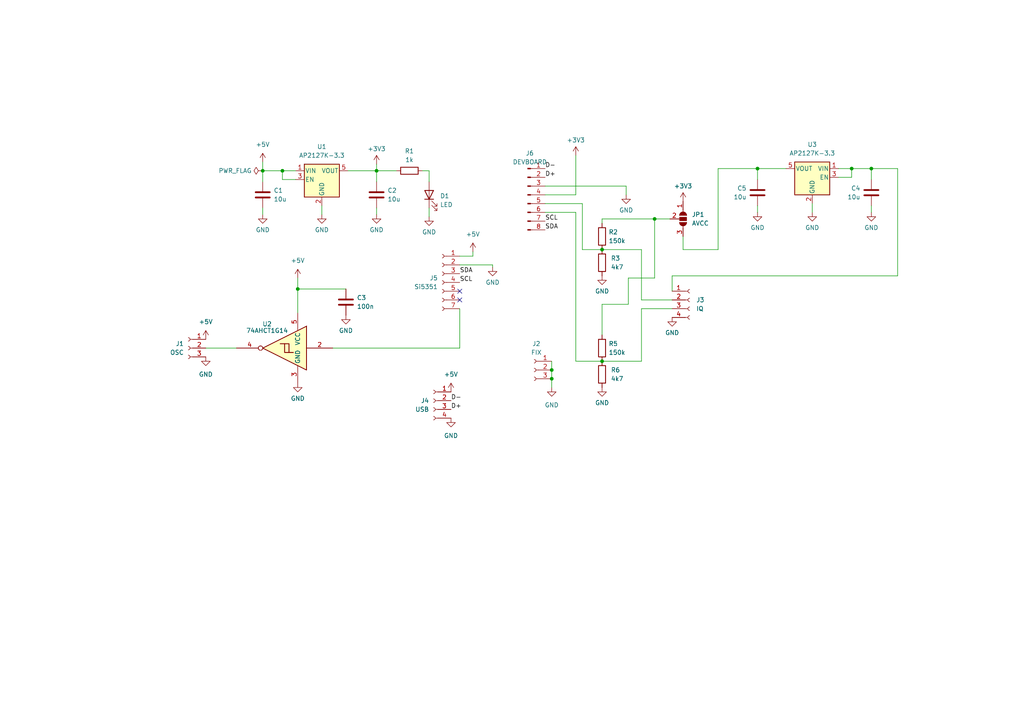
<source format=kicad_sch>
(kicad_sch (version 20231120) (generator "eeschema") (generator_version "8.0")
  (paper "A4")
  (lib_symbols
    (symbol "74xGxx:74AHCT1G14"
      (property "Reference" "U" (at -2.54 3.81 0))
      (property "Value" "74AHCT1G14" (at 0 -3.81 0))
      (symbol "74AHCT1G14_0_1"
        (polyline (pts (xy -2.54 -1.27) (xy -1.27 -1.27) (xy -1.27 1.27)) (stroke (width 0.254)) (fill (type background)))
        (polyline (pts (xy -7.62 6.35) (xy -7.62 -6.35) (xy 5.08 0) (xy -7.62 6.35)) (stroke (width 0.254)) (fill (type background)))
        (polyline (pts (xy -3.81 -1.27) (xy -2.54 -1.27) (xy -2.54 1.27) (xy 0 1.27)) (stroke (width 0.254)) (fill (type background)))
      )
      (symbol "74AHCT1G14_1_1"
        (pin input line (at -15.24 0 0) (length 7.62) (name "~") (number "2"))
        (pin power_in line (at -5.08 -10.16 90) (length 5.08) (name "GND") (number "3"))
        (pin output inverted (at 12.7 0 180) (length 7.62) (name "~") (number "4"))
        (pin power_in line (at -5.08 10.16 270) (length 5.08) (name "VCC") (number "5"))
      )
    )
    (symbol "Connector:Conn_01x03_Socket" (pin_names (offset 1.016) hide)
      (property "Reference" "J" (at 0 5.08 0))
      (property "Value" "Conn_01x03_Socket" (at 0 -5.08 0))
      (symbol "Conn_01x03_Socket_1_1"
        (arc (start 0 -2.032) (mid -0.5058 -2.54) (end 0 -3.048) (stroke (width 0.1524)))
        (polyline (pts (xy -1.27 -2.54) (xy -0.508 -2.54)) (stroke (width 0.1524)))
        (polyline (pts (xy -1.27 0) (xy -0.508 0)) (stroke (width 0.1524)))
        (polyline (pts (xy -1.27 2.54) (xy -0.508 2.54)) (stroke (width 0.1524)))
        (arc (start 0 0.508) (mid -0.5058 0) (end 0 -0.508) (stroke (width 0.1524)))
        (arc (start 0 3.048) (mid -0.5058 2.54) (end 0 2.032) (stroke (width 0.1524)))
        (pin passive line (at -5.08 2.54 0) (length 3.81) (name "Pin_1") (number "1"))
        (pin passive line (at -5.08 0 0) (length 3.81) (name "Pin_2") (number "2"))
        (pin passive line (at -5.08 -2.54 0) (length 3.81) (name "Pin_3") (number "3"))
      )
    )
    (symbol "Connector:Conn_01x04_Socket" (pin_names (offset 1.016) hide)
      (property "Reference" "J" (at 0 5.08 0))
      (property "Value" "Conn_01x04_Socket" (at 0 -7.62 0))
      (symbol "Conn_01x04_Socket_1_1"
        (arc (start 0 -4.572) (mid -0.5058 -5.08) (end 0 -5.588) (stroke (width 0.1524)))
        (arc (start 0 -2.032) (mid -0.5058 -2.54) (end 0 -3.048) (stroke (width 0.1524)))
        (polyline (pts (xy -1.27 -5.08) (xy -0.508 -5.08)) (stroke (width 0.1524)))
        (polyline (pts (xy -1.27 -2.54) (xy -0.508 -2.54)) (stroke (width 0.1524)))
        (polyline (pts (xy -1.27 0) (xy -0.508 0)) (stroke (width 0.1524)))
        (polyline (pts (xy -1.27 2.54) (xy -0.508 2.54)) (stroke (width 0.1524)))
        (arc (start 0 0.508) (mid -0.5058 0) (end 0 -0.508) (stroke (width 0.1524)))
        (arc (start 0 3.048) (mid -0.5058 2.54) (end 0 2.032) (stroke (width 0.1524)))
        (pin passive line (at -5.08 2.54 0) (length 3.81) (name "Pin_1") (number "1"))
        (pin passive line (at -5.08 0 0) (length 3.81) (name "Pin_2") (number "2"))
        (pin passive line (at -5.08 -2.54 0) (length 3.81) (name "Pin_3") (number "3"))
        (pin passive line (at -5.08 -5.08 0) (length 3.81) (name "Pin_4") (number "4"))
      )
    )
    (symbol "Connector:Conn_01x07_Socket" (pin_names (offset 1.016) hide)
      (property "Reference" "J" (at 0 10.16 0))
      (property "Value" "Conn_01x07_Socket" (at 0 -10.16 0))
      (symbol "Conn_01x07_Socket_1_1"
        (arc (start 0 -7.112) (mid -0.5058 -7.62) (end 0 -8.128) (stroke (width 0.1524)))
        (arc (start 0 -4.572) (mid -0.5058 -5.08) (end 0 -5.588) (stroke (width 0.1524)))
        (arc (start 0 -2.032) (mid -0.5058 -2.54) (end 0 -3.048) (stroke (width 0.1524)))
        (polyline (pts (xy -1.27 -7.62) (xy -0.508 -7.62)) (stroke (width 0.1524)))
        (polyline (pts (xy -1.27 -5.08) (xy -0.508 -5.08)) (stroke (width 0.1524)))
        (polyline (pts (xy -1.27 -2.54) (xy -0.508 -2.54)) (stroke (width 0.1524)))
        (polyline (pts (xy -1.27 0) (xy -0.508 0)) (stroke (width 0.1524)))
        (polyline (pts (xy -1.27 2.54) (xy -0.508 2.54)) (stroke (width 0.1524)))
        (polyline (pts (xy -1.27 5.08) (xy -0.508 5.08)) (stroke (width 0.1524)))
        (polyline (pts (xy -1.27 7.62) (xy -0.508 7.62)) (stroke (width 0.1524)))
        (arc (start 0 0.508) (mid -0.5058 0) (end 0 -0.508) (stroke (width 0.1524)))
        (arc (start 0 3.048) (mid -0.5058 2.54) (end 0 2.032) (stroke (width 0.1524)))
        (arc (start 0 5.588) (mid -0.5058 5.08) (end 0 4.572) (stroke (width 0.1524)))
        (arc (start 0 8.128) (mid -0.5058 7.62) (end 0 7.112) (stroke (width 0.1524)))
        (pin passive line (at -5.08 7.62 0) (length 3.81) (name "Pin_1") (number "1"))
        (pin passive line (at -5.08 5.08 0) (length 3.81) (name "Pin_2") (number "2"))
        (pin passive line (at -5.08 2.54 0) (length 3.81) (name "Pin_3") (number "3"))
        (pin passive line (at -5.08 0 0) (length 3.81) (name "Pin_4") (number "4"))
        (pin passive line (at -5.08 -2.54 0) (length 3.81) (name "Pin_5") (number "5"))
        (pin passive line (at -5.08 -5.08 0) (length 3.81) (name "Pin_6") (number "6"))
        (pin passive line (at -5.08 -7.62 0) (length 3.81) (name "Pin_7") (number "7"))
      )
    )
    (symbol "Connector:Conn_01x08_Pin" (pin_names (offset 1.016) hide)
      (property "Reference" "J" (at 0 10.16 0))
      (property "Value" "Conn_01x08_Pin" (at 0 -12.7 0))
      (symbol "Conn_01x08_Pin_1_1"
        (polyline (pts (xy 1.27 -10.16) (xy 0.8636 -10.16)) (stroke (width 0.1524)))
        (polyline (pts (xy 1.27 -7.62) (xy 0.8636 -7.62)) (stroke (width 0.1524)))
        (polyline (pts (xy 1.27 -5.08) (xy 0.8636 -5.08)) (stroke (width 0.1524)))
        (polyline (pts (xy 1.27 -2.54) (xy 0.8636 -2.54)) (stroke (width 0.1524)))
        (polyline (pts (xy 1.27 0) (xy 0.8636 0)) (stroke (width 0.1524)))
        (polyline (pts (xy 1.27 2.54) (xy 0.8636 2.54)) (stroke (width 0.1524)))
        (polyline (pts (xy 1.27 5.08) (xy 0.8636 5.08)) (stroke (width 0.1524)))
        (polyline (pts (xy 1.27 7.62) (xy 0.8636 7.62)) (stroke (width 0.1524)))
        (rectangle (start 0.8636 -10.033) (end 0 -10.287) (stroke (width 0.1524)) (fill (type outline)))
        (rectangle (start 0.8636 -7.493) (end 0 -7.747) (stroke (width 0.1524)) (fill (type outline)))
        (rectangle (start 0.8636 -4.953) (end 0 -5.207) (stroke (width 0.1524)) (fill (type outline)))
        (rectangle (start 0.8636 -2.413) (end 0 -2.667) (stroke (width 0.1524)) (fill (type outline)))
        (rectangle (start 0.8636 0.127) (end 0 -0.127) (stroke (width 0.1524)) (fill (type outline)))
        (rectangle (start 0.8636 2.667) (end 0 2.413) (stroke (width 0.1524)) (fill (type outline)))
        (rectangle (start 0.8636 5.207) (end 0 4.953) (stroke (width 0.1524)) (fill (type outline)))
        (rectangle (start 0.8636 7.747) (end 0 7.493) (stroke (width 0.1524)) (fill (type outline)))
        (pin passive line (at 5.08 7.62 180) (length 3.81) (name "Pin_1") (number "1"))
        (pin passive line (at 5.08 5.08 180) (length 3.81) (name "Pin_2") (number "2"))
        (pin passive line (at 5.08 2.54 180) (length 3.81) (name "Pin_3") (number "3"))
        (pin passive line (at 5.08 0 180) (length 3.81) (name "Pin_4") (number "4"))
        (pin passive line (at 5.08 -2.54 180) (length 3.81) (name "Pin_5") (number "5"))
        (pin passive line (at 5.08 -5.08 180) (length 3.81) (name "Pin_6") (number "6"))
        (pin passive line (at 5.08 -7.62 180) (length 3.81) (name "Pin_7") (number "7"))
        (pin passive line (at 5.08 -10.16 180) (length 3.81) (name "Pin_8") (number "8"))
      )
    )
    (symbol "Device:C" (pin_numbers hide) (pin_names (offset 0.254))
      (property "Reference" "C" (at 0.635 2.54 0))
      (property "Value" "C" (at 0.635 -2.54 0))
      (symbol "C_0_1"
        (polyline (pts (xy -2.032 -0.762) (xy 2.032 -0.762)) (stroke (width 0.508)))
        (polyline (pts (xy -2.032 0.762) (xy 2.032 0.762)) (stroke (width 0.508)))
      )
      (symbol "C_1_1"
        (pin passive line (at 0 3.81 270) (length 2.794) (name "~") (number "1"))
        (pin passive line (at 0 -3.81 90) (length 2.794) (name "~") (number "2"))
      )
    )
    (symbol "Device:LED" (pin_numbers hide) (pin_names (offset 1.016) hide)
      (property "Reference" "D" (at 0 2.54 0))
      (property "Value" "LED" (at 0 -2.54 0))
      (symbol "LED_0_1"
        (polyline (pts (xy -1.27 -1.27) (xy -1.27 1.27)) (stroke (width 0.254)))
        (polyline (pts (xy -1.27 0) (xy 1.27 0)))
        (polyline (pts (xy 1.27 -1.27) (xy 1.27 1.27) (xy -1.27 0) (xy 1.27 -1.27)) (stroke (width 0.254)))
        (polyline (pts (xy -3.048 -0.762) (xy -4.572 -2.286) (xy -3.81 -2.286) (xy -4.572 -2.286) (xy -4.572 -1.524)))
        (polyline (pts (xy -1.778 -0.762) (xy -3.302 -2.286) (xy -2.54 -2.286) (xy -3.302 -2.286) (xy -3.302 -1.524)))
      )
      (symbol "LED_1_1"
        (pin passive line (at -3.81 0 0) (length 2.54) (name "K") (number "1"))
        (pin passive line (at 3.81 0 180) (length 2.54) (name "A") (number "2"))
      )
    )
    (symbol "Device:R" (pin_numbers hide) (pin_names (offset 0))
      (property "Reference" "R" (at 2.032 0 90))
      (property "Value" "R" (at 0 0 90))
      (symbol "R_0_1"
        (rectangle (start -1.016 -2.54) (end 1.016 2.54) (stroke (width 0.254)))
      )
      (symbol "R_1_1"
        (pin passive line (at 0 3.81 270) (length 1.27) (name "~") (number "1"))
        (pin passive line (at 0 -3.81 90) (length 1.27) (name "~") (number "2"))
      )
    )
    (symbol "Jumper:SolderJumper_3_Open" (pin_names (offset 0) hide)
      (property "Reference" "JP" (at -2.54 -2.54 0))
      (property "Value" "SolderJumper_3_Open" (at 0 2.794 0))
      (symbol "SolderJumper_3_Open_0_1"
        (arc (start -1.016 1.016) (mid -2.0276 0) (end -1.016 -1.016))
        (arc (start -1.016 1.016) (mid -2.0276 0) (end -1.016 -1.016) (fill (type outline)))
        (rectangle (start -0.508 1.016) (end 0.508 -1.016) (fill (type outline)))
        (polyline (pts (xy -2.54 0) (xy -2.032 0)))
        (polyline (pts (xy -1.016 1.016) (xy -1.016 -1.016)))
        (polyline (pts (xy 0 -1.27) (xy 0 -1.016)))
        (polyline (pts (xy 1.016 1.016) (xy 1.016 -1.016)))
        (polyline (pts (xy 2.54 0) (xy 2.032 0)))
        (arc (start 1.016 -1.016) (mid 2.0276 0) (end 1.016 1.016))
        (arc (start 1.016 -1.016) (mid 2.0276 0) (end 1.016 1.016) (fill (type outline)))
      )
      (symbol "SolderJumper_3_Open_1_1"
        (pin passive line (at -5.08 0 0) (length 2.54) (name "A") (number "1"))
        (pin passive line (at 0 -3.81 90) (length 2.54) (name "C") (number "2"))
        (pin passive line (at 5.08 0 180) (length 2.54) (name "B") (number "3"))
      )
    )
    (symbol "Regulator_Linear:AP2127K-3.3" (pin_names (offset 0.254))
      (property "Reference" "U" (at -5.08 5.715 0))
      (property "Value" "AP2127K-3.3" (at 0 5.715 0))
      (symbol "AP2127K-3.3_0_1"
        (rectangle (start -5.08 4.445) (end 5.08 -5.08) (stroke (width 0.254)) (fill (type background)))
      )
      (symbol "AP2127K-3.3_1_1"
        (pin power_in line (at -7.62 2.54 0) (length 2.54) (name "VIN") (number "1"))
        (pin power_in line (at 0 -7.62 90) (length 2.54) (name "GND") (number "2"))
        (pin input line (at -7.62 0 0) (length 2.54) (name "EN") (number "3"))
        (pin no_connect line (at 5.08 0 180) (length 2.54) hide (name "NC") (number "4"))
        (pin power_out line (at 7.62 2.54 180) (length 2.54) (name "VOUT") (number "5"))
      )
    )
    (symbol "power:+3V3" (power) (pin_names (offset 0))
      (property "Value" "+3V3" (at 0 3.556 0))
      (symbol "+3V3_0_1"
        (polyline (pts (xy -0.762 1.27) (xy 0 2.54)))
        (polyline (pts (xy 0 0) (xy 0 2.54)))
        (polyline (pts (xy 0 2.54) (xy 0.762 1.27)))
      )
      (symbol "+3V3_1_1"
        (pin power_in line (at 0 0 90) (length 0) hide (name "+3V3") (number "1"))
      )
    )
    (symbol "power:+5V" (power) (pin_names (offset 0))
      (property "Value" "+5V" (at 0 3.556 0))
      (symbol "+5V_0_1"
        (polyline (pts (xy -0.762 1.27) (xy 0 2.54)))
        (polyline (pts (xy 0 0) (xy 0 2.54)))
        (polyline (pts (xy 0 2.54) (xy 0.762 1.27)))
      )
      (symbol "+5V_1_1"
        (pin power_in line (at 0 0 90) (length 0) hide (name "+5V") (number "1"))
      )
    )
    (symbol "power:GND" (power) (pin_names (offset 0))
      (property "Value" "GND" (at 0 -3.81 0))
      (symbol "GND_0_1"
        (polyline (pts (xy 0 0) (xy 0 -1.27) (xy 1.27 -1.27) (xy 0 -2.54) (xy -1.27 -1.27) (xy 0 -1.27)))
      )
      (symbol "GND_1_1"
        (pin power_in line (at 0 0 270) (length 0) hide (name "GND") (number "1"))
      )
    )
    (symbol "power:PWR_FLAG" (power) (pin_numbers hide) (pin_names (offset 0) hide)
      (property "Value" "PWR_FLAG" (at 0 3.81 0))
      (symbol "PWR_FLAG_0_0"
        (pin power_out line (at 0 0 90) (length 0) (name "pwr") (number "1"))
      )
      (symbol "PWR_FLAG_0_1"
        (polyline (pts (xy 0 0) (xy 0 1.27) (xy -1.016 1.905) (xy 0 2.54) (xy 1.016 1.905) (xy 0 1.27)))
      )
    )
  )
  (junction (at 160.02 109.855))
  (junction (at 219.71 48.895))
  (junction (at 247.015 48.895))
  (junction (at 174.625 72.39))
  (junction (at 86.36 83.82))
  (junction (at 174.625 104.775))
  (junction (at 81.915 49.53))
  (junction (at 109.22 49.53))
  (junction (at 252.73 48.895))
  (junction (at 189.865 63.5))
  (junction (at 76.2 49.53))
  (junction (at 160.02 107.315))
  (no_connect (at 133.35 86.995))
  (no_connect (at 133.35 84.455))
  (wire (pts (xy 189.865 63.5) (xy 194.31 63.5)))
  (wire (pts (xy 158.115 53.975) (xy 181.61 53.975)))
  (wire (pts (xy 219.71 48.895) (xy 219.71 52.07)))
  (wire (pts (xy 76.2 46.99) (xy 76.2 49.53)))
  (wire (pts (xy 109.22 62.23) (xy 109.22 60.325)))
  (wire (pts (xy 243.205 51.435) (xy 247.015 51.435)))
  (wire (pts (xy 186.055 86.995) (xy 186.055 72.39)))
  (wire (pts (xy 168.91 72.39) (xy 174.625 72.39)))
  (wire (pts (xy 186.055 86.995) (xy 194.945 86.995)))
  (wire (pts (xy 158.115 59.055) (xy 168.91 59.055)))
  (wire (pts (xy 167.005 61.595) (xy 167.005 104.775)))
  (wire (pts (xy 86.36 83.82) (xy 100.33 83.82)))
  (wire (pts (xy 174.625 72.39) (xy 186.055 72.39)))
  (wire (pts (xy 142.875 76.835) (xy 142.875 77.47)))
  (wire (pts (xy 76.2 62.23) (xy 76.2 60.325)))
  (wire (pts (xy 252.73 61.595) (xy 252.73 59.69)))
  (wire (pts (xy 260.35 80.01) (xy 260.35 48.895)))
  (wire (pts (xy 109.22 49.53) (xy 109.22 52.705)))
  (wire (pts (xy 109.22 49.53) (xy 114.935 49.53)))
  (wire (pts (xy 167.005 45.085) (xy 167.005 56.515)))
  (wire (pts (xy 181.61 53.975) (xy 181.61 56.515)))
  (wire (pts (xy 81.915 49.53) (xy 76.2 49.53)))
  (wire (pts (xy 198.12 68.58) (xy 198.12 72.39)))
  (wire (pts (xy 93.345 59.69) (xy 93.345 62.23)))
  (wire (pts (xy 124.46 52.705) (xy 124.46 49.53)))
  (wire (pts (xy 160.02 104.775) (xy 160.02 107.315)))
  (wire (pts (xy 158.115 61.595) (xy 167.005 61.595)))
  (wire (pts (xy 235.585 59.055) (xy 235.585 61.595)))
  (wire (pts (xy 198.12 72.39) (xy 208.28 72.39)))
  (wire (pts (xy 247.015 48.895) (xy 252.73 48.895)))
  (wire (pts (xy 174.625 64.77) (xy 174.625 63.5)))
  (wire (pts (xy 252.73 48.895) (xy 252.73 52.07)))
  (wire (pts (xy 189.865 80.645) (xy 189.865 63.5)))
  (wire (pts (xy 174.625 88.265) (xy 182.245 88.265)))
  (wire (pts (xy 174.625 104.775) (xy 186.055 104.775)))
  (wire (pts (xy 194.945 80.01) (xy 260.35 80.01)))
  (wire (pts (xy 124.46 49.53) (xy 122.555 49.53)))
  (wire (pts (xy 167.005 104.775) (xy 174.625 104.775)))
  (wire (pts (xy 133.35 74.295) (xy 137.16 74.295)))
  (wire (pts (xy 81.915 52.07) (xy 81.915 49.53)))
  (wire (pts (xy 194.945 84.455) (xy 194.945 80.01)))
  (wire (pts (xy 174.625 97.155) (xy 174.625 88.265)))
  (wire (pts (xy 86.36 83.82) (xy 86.36 90.805)))
  (wire (pts (xy 182.245 80.645) (xy 189.865 80.645)))
  (wire (pts (xy 100.965 49.53) (xy 109.22 49.53)))
  (wire (pts (xy 96.52 100.965) (xy 133.35 100.965)))
  (wire (pts (xy 247.015 51.435) (xy 247.015 48.895)))
  (wire (pts (xy 208.28 48.895) (xy 219.71 48.895)))
  (wire (pts (xy 208.28 72.39) (xy 208.28 48.895)))
  (wire (pts (xy 182.245 88.265) (xy 182.245 80.645)))
  (wire (pts (xy 86.36 80.645) (xy 86.36 83.82)))
  (wire (pts (xy 186.055 104.775) (xy 186.055 89.535)))
  (wire (pts (xy 85.725 49.53) (xy 81.915 49.53)))
  (wire (pts (xy 186.055 89.535) (xy 194.945 89.535)))
  (wire (pts (xy 174.625 63.5) (xy 189.865 63.5)))
  (wire (pts (xy 133.35 100.965) (xy 133.35 89.535)))
  (wire (pts (xy 133.35 76.835) (xy 142.875 76.835)))
  (wire (pts (xy 219.71 61.595) (xy 219.71 59.69)))
  (wire (pts (xy 168.91 59.055) (xy 168.91 72.39)))
  (wire (pts (xy 76.2 49.53) (xy 76.2 52.705)))
  (wire (pts (xy 85.725 52.07) (xy 81.915 52.07)))
  (wire (pts (xy 243.205 48.895) (xy 247.015 48.895)))
  (wire (pts (xy 137.16 74.295) (xy 137.16 73.025)))
  (wire (pts (xy 227.965 48.895) (xy 219.71 48.895)))
  (wire (pts (xy 160.02 107.315) (xy 160.02 109.855)))
  (wire (pts (xy 109.22 49.53) (xy 109.22 47.625)))
  (wire (pts (xy 59.69 100.965) (xy 68.58 100.965)))
  (wire (pts (xy 260.35 48.895) (xy 252.73 48.895)))
  (wire (pts (xy 160.02 109.855) (xy 160.02 112.395)))
  (wire (pts (xy 124.46 60.325) (xy 124.46 62.865)))
  (wire (pts (xy 167.005 56.515) (xy 158.115 56.515)))
  (label "D+" (at 158.115 51.435 0))
  (label "D-" (at 130.81 116.205 0))
  (label "SDA" (at 133.35 79.375 0))
  (label "SCL" (at 158.115 64.135 0))
  (label "SDA" (at 158.115 66.675 0))
  (label "SCL" (at 133.35 81.915 0))
  (label "D+" (at 130.81 118.745 0))
  (label "D-" (at 158.115 48.895 0))
  (symbol (lib_id "Connector:Conn_01x03_Socket") (at 54.61 100.965 0) (mirror y) (unit 1)
    (property "Reference" "J1" (at 53.34 99.695 0) (effects (justify left)))
    (property "Value" "OSC" (at 53.34 102.235 0) (effects (justify left)))
    (property "Footprint" "Connector_PinSocket_2.54mm:PinSocket_1x03_P2.54mm_Vertical" (effects (hide yes)))
  )
  (symbol (lib_id "Device:R") (at 174.625 100.965 0) (unit 1)
    (property "Reference" "R5" (at 176.53 99.695 0) (effects (justify left)))
    (property "Value" "150k" (at 176.53 102.235 0) (effects (justify left)))
    (property "Footprint" "Resistor_SMD:R_0805_2012Metric_Pad1.20x1.40mm_HandSolder" (effects (hide yes)))
  )
  (symbol (lib_id "power:GND") (at 76.2 62.23 0) (unit 1)
    (property "Reference" "#PWR02" (effects (hide yes)))
    (property "Value" "GND" (at 76.2 66.675 0))
  )
  (symbol (lib_id "power:GND") (at 124.46 62.865 0) (unit 1)
    (property "Reference" "#PWR07" (effects (hide yes)))
    (property "Value" "GND" (at 124.46 67.31 0))
  )
  (symbol (lib_id "power:GND") (at 252.73 61.595 0) (mirror y) (unit 1)
    (property "Reference" "#PWR025" (effects (hide yes)))
    (property "Value" "GND" (at 252.73 66.04 0))
  )
  (symbol (lib_id "Connector:Conn_01x04_Socket") (at 125.73 116.205 0) (mirror y) (unit 1)
    (property "Reference" "J4" (at 124.46 116.205 0) (effects (justify left)))
    (property "Value" "USB" (at 124.46 118.745 0) (effects (justify left)))
    (property "Footprint" "Connector_PinSocket_2.54mm:PinSocket_1x04_P2.54mm_Vertical" (effects (hide yes)))
  )
  (symbol (lib_id "power:+5V") (at 130.81 113.665 0) (unit 1)
    (property "Reference" "#PWR010" (effects (hide yes)))
    (property "Value" "+5V" (at 130.81 108.585 0))
  )
  (symbol (lib_id "power:GND") (at 86.36 111.125 0) (unit 1)
    (property "Reference" "#PWR018" (effects (hide yes)))
    (property "Value" "GND" (at 86.36 115.57 0))
  )
  (symbol (lib_id "Device:LED") (at 124.46 56.515 90) (unit 1)
    (property "Reference" "D1" (at 127.635 56.8325 90) (effects (justify right)))
    (property "Value" "LED" (at 127.635 59.3725 90) (effects (justify right)))
    (property "Footprint" "LED_SMD:LED_0805_2012Metric_Pad1.15x1.40mm_HandSolder" (effects (hide yes)))
  )
  (symbol (lib_id "power:GND") (at 181.61 56.515 0) (unit 1)
    (property "Reference" "#PWR023" (effects (hide yes)))
    (property "Value" "GND" (at 181.61 60.96 0))
  )
  (symbol (lib_id "power:GND") (at 93.345 62.23 0) (unit 1)
    (property "Reference" "#PWR04" (effects (hide yes)))
    (property "Value" "GND" (at 93.345 66.675 0))
  )
  (symbol (lib_id "power:+5V") (at 76.2 46.99 0) (unit 1)
    (property "Reference" "#PWR01" (effects (hide yes)))
    (property "Value" "+5V" (at 76.2 41.91 0))
  )
  (symbol (lib_id "power:+5V") (at 86.36 80.645 0) (mirror y) (unit 1)
    (property "Reference" "#PWR017" (effects (hide yes)))
    (property "Value" "+5V" (at 86.36 75.565 0))
  )
  (symbol (lib_id "Device:C") (at 219.71 55.88 0) (mirror y) (unit 1)
    (property "Reference" "C5" (at 216.535 54.61 0) (effects (justify left)))
    (property "Value" "10u" (at 216.535 57.15 0) (effects (justify left)))
    (property "Footprint" "Capacitor_SMD:C_0805_2012Metric_Pad1.18x1.45mm_HandSolder" (effects (hide yes)))
  )
  (symbol (lib_id "power:GND") (at 194.945 92.075 0) (unit 1)
    (property "Reference" "#PWR013" (effects (hide yes)))
    (property "Value" "GND" (at 194.945 96.52 0))
  )
  (symbol (lib_id "power:GND") (at 174.625 112.395 0) (unit 1)
    (property "Reference" "#PWR012" (effects (hide yes)))
    (property "Value" "GND" (at 174.625 116.84 0))
  )
  (symbol (lib_id "Device:C") (at 109.22 56.515 0) (unit 1)
    (property "Reference" "C2" (at 112.395 55.245 0) (effects (justify left)))
    (property "Value" "10u" (at 112.395 57.785 0) (effects (justify left)))
    (property "Footprint" "Capacitor_SMD:C_0805_2012Metric_Pad1.18x1.45mm_HandSolder" (effects (hide yes)))
  )
  (symbol (lib_id "power:GND") (at 235.585 61.595 0) (mirror y) (unit 1)
    (property "Reference" "#PWR026" (effects (hide yes)))
    (property "Value" "GND" (at 235.585 66.04 0))
  )
  (symbol (lib_id "Device:R") (at 174.625 76.2 0) (unit 1)
    (property "Reference" "R3" (at 177.165 74.93 0) (effects (justify left)))
    (property "Value" "4k7" (at 177.165 77.47 0) (effects (justify left)))
    (property "Footprint" "Resistor_SMD:R_0805_2012Metric_Pad1.20x1.40mm_HandSolder" (effects (hide yes)))
  )
  (symbol (lib_id "Device:R") (at 174.625 68.58 0) (unit 1)
    (property "Reference" "R2" (at 176.53 67.31 0) (effects (justify left)))
    (property "Value" "150k" (at 176.53 69.85 0) (effects (justify left)))
    (property "Footprint" "Resistor_SMD:R_0805_2012Metric_Pad1.20x1.40mm_HandSolder" (effects (hide yes)))
  )
  (symbol (lib_id "power:GND") (at 109.22 62.23 0) (unit 1)
    (property "Reference" "#PWR06" (effects (hide yes)))
    (property "Value" "GND" (at 109.22 66.675 0))
  )
  (symbol (lib_id "power:GND") (at 59.69 103.505 0) (mirror y) (unit 1)
    (property "Reference" "#PWR016" (effects (hide yes)))
    (property "Value" "GND" (at 59.69 108.585 0))
  )
  (symbol (lib_id "Regulator_Linear:AP2127K-3.3") (at 93.345 52.07 0) (unit 1)
    (property "Reference" "U1" (at 93.345 42.545 0))
    (property "Value" "AP2127K-3.3" (at 93.345 45.085 0))
    (property "Footprint" "Package_TO_SOT_SMD:SOT-23-5_HandSoldering" (effects (hide yes)))
    (property "Datasheet" "https://www.diodes.com/assets/Datasheets/AP2127.pdf" (effects (hide yes)))
  )
  (symbol (lib_id "Device:C") (at 100.33 87.63 0) (unit 1)
    (property "Reference" "C3" (at 103.505 86.36 0) (effects (justify left)))
    (property "Value" "100n" (at 103.505 88.9 0) (effects (justify left)))
    (property "Footprint" "Capacitor_SMD:C_0805_2012Metric_Pad1.18x1.45mm_HandSolder" (effects (hide yes)))
  )
  (symbol (lib_id "power:PWR_FLAG") (at 76.2 49.53 90) (unit 1)
    (property "Reference" "#FLG01" (effects (hide yes)))
    (property "Value" "PWR_FLAG" (at 73.025 49.53 90) (effects (justify left)))
  )
  (symbol (lib_id "Device:C") (at 76.2 56.515 0) (unit 1)
    (property "Reference" "C1" (at 79.375 55.245 0) (effects (justify left)))
    (property "Value" "10u" (at 79.375 57.785 0) (effects (justify left)))
    (property "Footprint" "Capacitor_SMD:C_0805_2012Metric_Pad1.18x1.45mm_HandSolder" (effects (hide yes)))
  )
  (symbol (lib_id "Connector:Conn_01x04_Socket") (at 200.025 86.995 0) (unit 1)
    (property "Reference" "J3" (at 201.93 86.995 0) (effects (justify left)))
    (property "Value" "IQ" (at 201.93 89.535 0) (effects (justify left)))
    (property "Footprint" "Connector_PinSocket_2.54mm:PinSocket_1x04_P2.54mm_Vertical" (effects (hide yes)))
  )
  (symbol (lib_id "power:GND") (at 174.625 80.01 0) (unit 1)
    (property "Reference" "#PWR09" (effects (hide yes)))
    (property "Value" "GND" (at 174.625 84.455 0))
  )
  (symbol (lib_id "Device:C") (at 252.73 55.88 0) (mirror y) (unit 1)
    (property "Reference" "C4" (at 249.555 54.61 0) (effects (justify left)))
    (property "Value" "10u" (at 249.555 57.15 0) (effects (justify left)))
    (property "Footprint" "Capacitor_SMD:C_0805_2012Metric_Pad1.18x1.45mm_HandSolder" (effects (hide yes)))
  )
  (symbol (lib_id "power:GND") (at 160.02 112.395 0) (mirror y) (unit 1)
    (property "Reference" "#PWR03" (effects (hide yes)))
    (property "Value" "GND" (at 160.02 117.475 0))
  )
  (symbol (lib_id "power:+3V3") (at 167.005 45.085 0) (unit 1)
    (property "Reference" "#PWR022" (effects (hide yes)))
    (property "Value" "+3V3" (at 167.005 40.64 0))
  )
  (symbol (lib_id "power:GND") (at 142.875 77.47 0) (unit 1)
    (property "Reference" "#PWR021" (effects (hide yes)))
    (property "Value" "GND" (at 142.875 81.915 0))
  )
  (symbol (lib_id "Connector:Conn_01x03_Socket") (at 154.94 107.315 0) (mirror y) (unit 1)
    (property "Reference" "J2" (at 155.575 99.695 0))
    (property "Value" "FIX" (at 155.575 102.235 0))
    (property "Footprint" "Connector_PinSocket_2.54mm:PinSocket_1x03_P2.54mm_Vertical" (effects (hide yes)))
  )
  (symbol (lib_id "Connector:Conn_01x07_Socket") (at 128.27 81.915 0) (mirror y) (unit 1)
    (property "Reference" "J5" (at 127 80.645 0) (effects (justify left)))
    (property "Value" "Si5351" (at 127 83.185 0) (effects (justify left)))
    (property "Footprint" "Connector_PinSocket_2.54mm:PinSocket_1x07_P2.54mm_Horizontal" (effects (hide yes)))
  )
  (symbol (lib_id "power:+3V3") (at 198.12 58.42 0) (unit 1)
    (property "Reference" "#PWR011" (effects (hide yes)))
    (property "Value" "+3V3" (at 198.12 53.975 0))
  )
  (symbol (lib_id "Jumper:SolderJumper_3_Open") (at 198.12 63.5 270) (unit 1)
    (property "Reference" "JP1" (at 200.66 62.23 90) (effects (justify left)))
    (property "Value" "AVCC" (at 200.66 64.77 90) (effects (justify left)))
    (property "Footprint" "Jumper:SolderJumper-3_P1.3mm_Open_RoundedPad1.0x1.5mm" (effects (hide yes)))
  )
  (symbol (lib_id "Connector:Conn_01x08_Pin") (at 153.035 56.515 0) (unit 1)
    (property "Reference" "J6" (at 153.67 44.45 0))
    (property "Value" "DEVBOARD" (at 153.67 46.99 0))
    (property "Footprint" "Connector_PinHeader_2.54mm:PinHeader_1x08_P2.54mm_Vertical" (effects (hide yes)))
  )
  (symbol (lib_id "power:GND") (at 100.33 91.44 0) (unit 1)
    (property "Reference" "#PWR019" (effects (hide yes)))
    (property "Value" "GND" (at 100.33 95.885 0))
  )
  (symbol (lib_id "Regulator_Linear:AP2127K-3.3") (at 235.585 51.435 0) (mirror y) (unit 1)
    (property "Reference" "U3" (at 235.585 41.91 0))
    (property "Value" "AP2127K-3.3" (at 235.585 44.45 0))
    (property "Footprint" "Package_TO_SOT_SMD:SOT-23-5_HandSoldering" (effects (hide yes)))
    (property "Datasheet" "https://www.diodes.com/assets/Datasheets/AP2127.pdf" (effects (hide yes)))
  )
  (symbol (lib_id "power:+3V3") (at 109.22 47.625 0) (unit 1)
    (property "Reference" "#PWR05" (effects (hide yes)))
    (property "Value" "+3V3" (at 109.22 43.18 0))
  )
  (symbol (lib_id "power:GND") (at 130.81 121.285 0) (unit 1)
    (property "Reference" "#PWR014" (effects (hide yes)))
    (property "Value" "GND" (at 130.81 126.365 0))
  )
  (symbol (lib_id "Device:R") (at 174.625 108.585 0) (unit 1)
    (property "Reference" "R6" (at 177.165 107.315 0) (effects (justify left)))
    (property "Value" "4k7" (at 177.165 109.855 0) (effects (justify left)))
    (property "Footprint" "Resistor_SMD:R_0805_2012Metric_Pad1.20x1.40mm_HandSolder" (effects (hide yes)))
  )
  (symbol (lib_id "power:+5V") (at 59.69 98.425 0) (mirror y) (unit 1)
    (property "Reference" "#PWR015" (effects (hide yes)))
    (property "Value" "+5V" (at 59.69 93.345 0))
  )
  (symbol (lib_id "power:+5V") (at 137.16 73.025 0) (mirror y) (unit 1)
    (property "Reference" "#PWR020" (effects (hide yes)))
    (property "Value" "+5V" (at 137.16 67.945 0))
  )
  (symbol (lib_id "power:GND") (at 219.71 61.595 0) (mirror y) (unit 1)
    (property "Reference" "#PWR028" (effects (hide yes)))
    (property "Value" "GND" (at 219.71 66.04 0))
  )
  (symbol (lib_id "74xGxx:74AHCT1G14") (at 81.28 100.965 0) (mirror y) (unit 1)
    (property "Reference" "U2" (at 77.47 93.98 0))
    (property "Value" "74AHCT1G14" (at 77.47 95.885 0))
    (property "Footprint" "Package_TO_SOT_SMD:SOT-23-5_HandSoldering" (effects (hide yes)))
    (property "Datasheet" "http://www.ti.com/lit/sg/scyt129e/scyt129e.pdf" (effects (hide yes)))
  )
  (symbol (lib_id "Device:R") (at 118.745 49.53 90) (unit 1)
    (property "Reference" "R1" (at 118.745 43.815 90))
    (property "Value" "1k" (at 118.745 46.355 90))
    (property "Footprint" "Resistor_SMD:R_0805_2012Metric_Pad1.20x1.40mm_HandSolder" (effects (hide yes)))
  )
)
</source>
